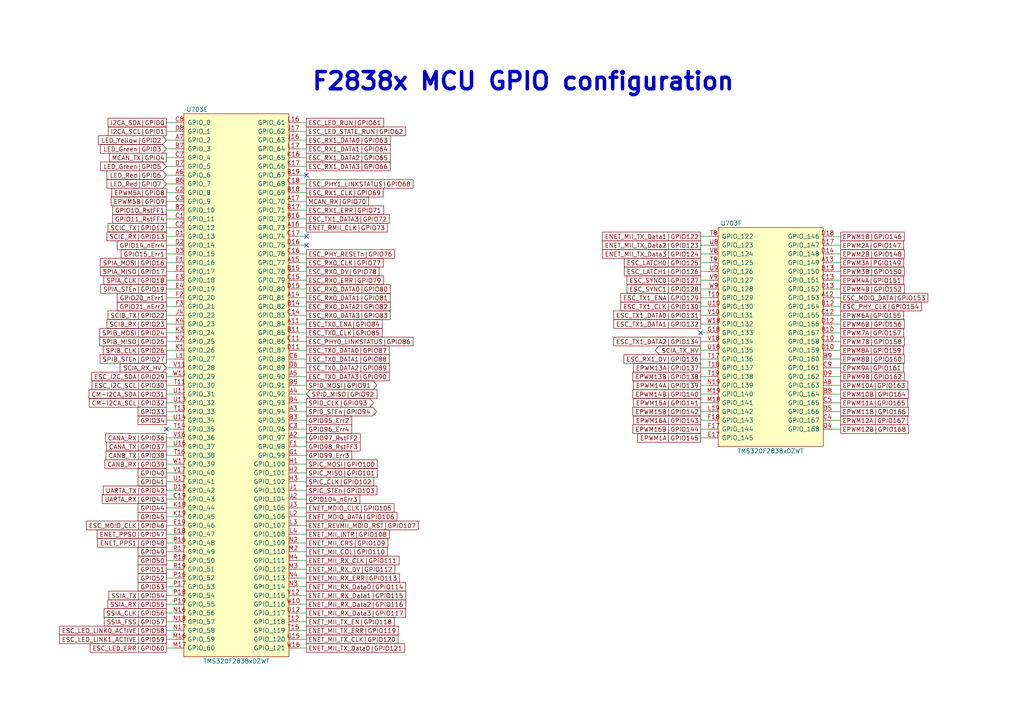
<source format=kicad_sch>
(kicad_sch (version 20211123) (generator eeschema)
  (paper "A4")
  (no_connect (at 48.26 124.46))
  (no_connect (at 88.9 50.8))
  (no_connect (at 203.2 96.52))
  (no_connect (at 88.9 68.58))
  (no_connect (at 88.9 71.12))
  (wire (pts (xy 86.36 137.16) (xy 88.9 137.16)))
  (wire (pts (xy 50.8 83.82) (xy 48.26 83.82)))
  (wire (pts (xy 86.36 134.62) (xy 88.9 134.62)))
  (wire (pts (xy 86.36 63.5) (xy 88.9 63.5)))
  (wire (pts (xy 205.74 86.36) (xy 203.2 86.36)))
  (wire (pts (xy 205.74 109.22) (xy 203.2 109.22)))
  (wire (pts (xy 50.8 157.48) (xy 48.26 157.48)))
  (wire (pts (xy 86.36 147.32) (xy 88.9 147.32)))
  (wire (pts (xy 86.36 154.94) (xy 88.9 154.94)))
  (wire (pts (xy 50.8 170.18) (xy 48.26 170.18)))
  (wire (pts (xy 50.8 111.76) (xy 48.26 111.76)))
  (wire (pts (xy 241.3 111.76) (xy 243.84 111.76)))
  (wire (pts (xy 86.36 88.9) (xy 88.9 88.9)))
  (wire (pts (xy 205.74 93.98) (xy 203.2 93.98)))
  (wire (pts (xy 241.3 73.66) (xy 243.84 73.66)))
  (wire (pts (xy 50.8 104.14) (xy 48.26 104.14)))
  (wire (pts (xy 241.3 99.06) (xy 243.84 99.06)))
  (wire (pts (xy 205.74 119.38) (xy 203.2 119.38)))
  (wire (pts (xy 50.8 154.94) (xy 48.26 154.94)))
  (wire (pts (xy 241.3 68.58) (xy 243.84 68.58)))
  (wire (pts (xy 50.8 35.56) (xy 48.26 35.56)))
  (wire (pts (xy 50.8 78.74) (xy 48.26 78.74)))
  (wire (pts (xy 86.36 160.02) (xy 88.9 160.02)))
  (wire (pts (xy 205.74 68.58) (xy 203.2 68.58)))
  (wire (pts (xy 205.74 91.44) (xy 203.2 91.44)))
  (wire (pts (xy 50.8 38.1) (xy 48.26 38.1)))
  (wire (pts (xy 50.8 124.46) (xy 48.26 124.46)))
  (wire (pts (xy 241.3 88.9) (xy 243.84 88.9)))
  (wire (pts (xy 86.36 132.08) (xy 88.9 132.08)))
  (wire (pts (xy 241.3 96.52) (xy 243.84 96.52)))
  (wire (pts (xy 50.8 88.9) (xy 48.26 88.9)))
  (wire (pts (xy 205.74 96.52) (xy 203.2 96.52)))
  (wire (pts (xy 50.8 96.52) (xy 48.26 96.52)))
  (wire (pts (xy 86.36 142.24) (xy 88.9 142.24)))
  (wire (pts (xy 50.8 45.72) (xy 48.26 45.72)))
  (wire (pts (xy 86.36 127) (xy 88.9 127)))
  (wire (pts (xy 86.36 177.8) (xy 88.9 177.8)))
  (wire (pts (xy 205.74 116.84) (xy 203.2 116.84)))
  (wire (pts (xy 50.8 40.64) (xy 48.26 40.64)))
  (wire (pts (xy 86.36 66.04) (xy 88.9 66.04)))
  (wire (pts (xy 86.36 43.18) (xy 88.9 43.18)))
  (wire (pts (xy 50.8 81.28) (xy 48.26 81.28)))
  (wire (pts (xy 205.74 78.74) (xy 203.2 78.74)))
  (wire (pts (xy 50.8 149.86) (xy 48.26 149.86)))
  (wire (pts (xy 86.36 81.28) (xy 88.9 81.28)))
  (wire (pts (xy 50.8 119.38) (xy 48.26 119.38)))
  (wire (pts (xy 50.8 147.32) (xy 48.26 147.32)))
  (wire (pts (xy 205.74 99.06) (xy 203.2 99.06)))
  (wire (pts (xy 241.3 114.3) (xy 243.84 114.3)))
  (wire (pts (xy 241.3 78.74) (xy 243.84 78.74)))
  (wire (pts (xy 86.36 38.1) (xy 88.9 38.1)))
  (wire (pts (xy 86.36 109.22) (xy 88.9 109.22)))
  (wire (pts (xy 86.36 121.92) (xy 88.9 121.92)))
  (wire (pts (xy 86.36 124.46) (xy 88.9 124.46)))
  (wire (pts (xy 241.3 106.68) (xy 243.84 106.68)))
  (wire (pts (xy 86.36 78.74) (xy 88.9 78.74)))
  (wire (pts (xy 86.36 83.82) (xy 88.9 83.82)))
  (wire (pts (xy 205.74 121.92) (xy 203.2 121.92)))
  (wire (pts (xy 50.8 55.88) (xy 48.26 55.88)))
  (wire (pts (xy 50.8 144.78) (xy 48.26 144.78)))
  (wire (pts (xy 241.3 104.14) (xy 243.84 104.14)))
  (wire (pts (xy 86.36 139.7) (xy 88.9 139.7)))
  (wire (pts (xy 86.36 48.26) (xy 88.9 48.26)))
  (wire (pts (xy 50.8 134.62) (xy 48.26 134.62)))
  (wire (pts (xy 50.8 116.84) (xy 48.26 116.84)))
  (wire (pts (xy 50.8 172.72) (xy 48.26 172.72)))
  (wire (pts (xy 86.36 45.72) (xy 88.9 45.72)))
  (wire (pts (xy 50.8 165.1) (xy 48.26 165.1)))
  (wire (pts (xy 86.36 58.42) (xy 88.9 58.42)))
  (wire (pts (xy 205.74 71.12) (xy 203.2 71.12)))
  (wire (pts (xy 86.36 93.98) (xy 88.9 93.98)))
  (wire (pts (xy 86.36 157.48) (xy 88.9 157.48)))
  (wire (pts (xy 86.36 187.96) (xy 88.9 187.96)))
  (wire (pts (xy 50.8 175.26) (xy 48.26 175.26)))
  (wire (pts (xy 50.8 162.56) (xy 48.26 162.56)))
  (wire (pts (xy 205.74 83.82) (xy 203.2 83.82)))
  (wire (pts (xy 241.3 93.98) (xy 243.84 93.98)))
  (wire (pts (xy 50.8 73.66) (xy 48.26 73.66)))
  (wire (pts (xy 86.36 162.56) (xy 88.9 162.56)))
  (wire (pts (xy 50.8 187.96) (xy 48.26 187.96)))
  (wire (pts (xy 86.36 152.4) (xy 88.9 152.4)))
  (wire (pts (xy 50.8 160.02) (xy 48.26 160.02)))
  (wire (pts (xy 50.8 121.92) (xy 48.26 121.92)))
  (wire (pts (xy 50.8 177.8) (xy 48.26 177.8)))
  (wire (pts (xy 50.8 60.96) (xy 48.26 60.96)))
  (wire (pts (xy 86.36 101.6) (xy 88.9 101.6)))
  (wire (pts (xy 50.8 101.6) (xy 48.26 101.6)))
  (wire (pts (xy 86.36 114.3) (xy 88.9 114.3)))
  (wire (pts (xy 205.74 106.68) (xy 203.2 106.68)))
  (wire (pts (xy 50.8 68.58) (xy 48.26 68.58)))
  (wire (pts (xy 50.8 139.7) (xy 48.26 139.7)))
  (wire (pts (xy 86.36 55.88) (xy 88.9 55.88)))
  (wire (pts (xy 86.36 96.52) (xy 88.9 96.52)))
  (wire (pts (xy 86.36 129.54) (xy 88.9 129.54)))
  (wire (pts (xy 205.74 81.28) (xy 203.2 81.28)))
  (wire (pts (xy 241.3 121.92) (xy 243.84 121.92)))
  (wire (pts (xy 50.8 86.36) (xy 48.26 86.36)))
  (wire (pts (xy 205.74 111.76) (xy 203.2 111.76)))
  (wire (pts (xy 241.3 124.46) (xy 243.84 124.46)))
  (wire (pts (xy 205.74 124.46) (xy 203.2 124.46)))
  (wire (pts (xy 86.36 99.06) (xy 88.9 99.06)))
  (wire (pts (xy 50.8 91.44) (xy 48.26 91.44)))
  (wire (pts (xy 241.3 71.12) (xy 243.84 71.12)))
  (wire (pts (xy 50.8 58.42) (xy 48.26 58.42)))
  (wire (pts (xy 50.8 48.26) (xy 48.26 48.26)))
  (wire (pts (xy 205.74 88.9) (xy 203.2 88.9)))
  (wire (pts (xy 50.8 137.16) (xy 48.26 137.16)))
  (wire (pts (xy 50.8 180.34) (xy 48.26 180.34)))
  (wire (pts (xy 86.36 119.38) (xy 88.9 119.38)))
  (wire (pts (xy 50.8 63.5) (xy 48.26 63.5)))
  (wire (pts (xy 86.36 106.68) (xy 88.9 106.68)))
  (wire (pts (xy 205.74 73.66) (xy 203.2 73.66)))
  (wire (pts (xy 86.36 86.36) (xy 88.9 86.36)))
  (wire (pts (xy 50.8 93.98) (xy 48.26 93.98)))
  (wire (pts (xy 86.36 53.34) (xy 88.9 53.34)))
  (wire (pts (xy 86.36 182.88) (xy 88.9 182.88)))
  (wire (pts (xy 86.36 91.44) (xy 88.9 91.44)))
  (wire (pts (xy 86.36 185.42) (xy 88.9 185.42)))
  (wire (pts (xy 241.3 109.22) (xy 243.84 109.22)))
  (wire (pts (xy 86.36 50.8) (xy 88.9 50.8)))
  (wire (pts (xy 86.36 170.18) (xy 88.9 170.18)))
  (wire (pts (xy 50.8 106.68) (xy 48.26 106.68)))
  (wire (pts (xy 86.36 71.12) (xy 88.9 71.12)))
  (wire (pts (xy 205.74 76.2) (xy 203.2 76.2)))
  (wire (pts (xy 86.36 116.84) (xy 88.9 116.84)))
  (wire (pts (xy 205.74 104.14) (xy 203.2 104.14)))
  (wire (pts (xy 86.36 167.64) (xy 88.9 167.64)))
  (wire (pts (xy 50.8 50.8) (xy 48.26 50.8)))
  (wire (pts (xy 86.36 73.66) (xy 88.9 73.66)))
  (wire (pts (xy 241.3 101.6) (xy 243.84 101.6)))
  (wire (pts (xy 50.8 109.22) (xy 48.26 109.22)))
  (wire (pts (xy 241.3 86.36) (xy 243.84 86.36)))
  (wire (pts (xy 50.8 185.42) (xy 48.26 185.42)))
  (wire (pts (xy 205.74 101.6) (xy 203.2 101.6)))
  (wire (pts (xy 50.8 99.06) (xy 48.26 99.06)))
  (wire (pts (xy 241.3 76.2) (xy 243.84 76.2)))
  (wire (pts (xy 50.8 182.88) (xy 48.26 182.88)))
  (wire (pts (xy 86.36 172.72) (xy 88.9 172.72)))
  (wire (pts (xy 86.36 76.2) (xy 88.9 76.2)))
  (wire (pts (xy 50.8 127) (xy 48.26 127)))
  (wire (pts (xy 50.8 76.2) (xy 48.26 76.2)))
  (wire (pts (xy 86.36 111.76) (xy 88.9 111.76)))
  (wire (pts (xy 50.8 132.08) (xy 48.26 132.08)))
  (wire (pts (xy 241.3 83.82) (xy 243.84 83.82)))
  (wire (pts (xy 50.8 66.04) (xy 48.26 66.04)))
  (wire (pts (xy 241.3 81.28) (xy 243.84 81.28)))
  (wire (pts (xy 86.36 149.86) (xy 88.9 149.86)))
  (wire (pts (xy 205.74 114.3) (xy 203.2 114.3)))
  (wire (pts (xy 50.8 43.18) (xy 48.26 43.18)))
  (wire (pts (xy 50.8 114.3) (xy 48.26 114.3)))
  (wire (pts (xy 241.3 119.38) (xy 243.84 119.38)))
  (wire (pts (xy 86.36 68.58) (xy 88.9 68.58)))
  (wire (pts (xy 50.8 167.64) (xy 48.26 167.64)))
  (wire (pts (xy 86.36 35.56) (xy 88.9 35.56)))
  (wire (pts (xy 241.3 91.44) (xy 243.84 91.44)))
  (wire (pts (xy 86.36 60.96) (xy 88.9 60.96)))
  (wire (pts (xy 86.36 165.1) (xy 88.9 165.1)))
  (wire (pts (xy 86.36 175.26) (xy 88.9 175.26)))
  (wire (pts (xy 86.36 40.64) (xy 88.9 40.64)))
  (wire (pts (xy 50.8 142.24) (xy 48.26 142.24)))
  (wire (pts (xy 50.8 71.12) (xy 48.26 71.12)))
  (wire (pts (xy 241.3 116.84) (xy 243.84 116.84)))
  (wire (pts (xy 86.36 144.78) (xy 88.9 144.78)))
  (wire (pts (xy 50.8 129.54) (xy 48.26 129.54)))
  (wire (pts (xy 86.36 104.14) (xy 88.9 104.14)))
  (wire (pts (xy 86.36 180.34) (xy 88.9 180.34)))
  (wire (pts (xy 50.8 53.34) (xy 48.26 53.34)))
  (wire (pts (xy 205.74 127) (xy 203.2 127)))
  (wire (pts (xy 50.8 152.4) (xy 48.26 152.4)))
  (text "F2838x MCU GPIO configuration" (at 213.36 26.67 180) (effects (font (size 5 5) bold) (justify right bottom)))
  (global_label "ENET_MII_RX_Data3|GPIO117" (shape passive) (at 88.9 177.8 0) (property "Intersheet References" "${INTERSHEET_REFS}" (effects hide)))
  (global_label "ESC_LATCH0|GPIO125" (shape passive) (at 203.2 76.2 180) (property "Intersheet References" "${INTERSHEET_REFS}" (effects hide)))
  (global_label "ESC_RX0_ERR|GPIO79" (shape passive) (at 88.9 81.28 0) (property "Intersheet References" "${INTERSHEET_REFS}" (effects hide)))
  (global_label "ESC_TX0_DATA2|GPIO89" (shape passive) (at 88.9 106.68 0) (property "Intersheet References" "${INTERSHEET_REFS}" (effects hide)))
  (global_label "GPIO49" (shape passive) (at 48.26 160.02 180) (property "Intersheet References" "${INTERSHEET_REFS}" (effects hide)))
  (global_label "SPIC_CLK|GPIO102" (shape passive) (at 88.9 139.7 0) (property "Intersheet References" "${INTERSHEET_REFS}" (effects hide)))
  (global_label "EPWM15A|GPIO141" (shape passive) (at 203.2 116.84 180) (property "Intersheet References" "${INTERSHEET_REFS}" (effects hide)))
  (global_label "GPIO15_Err1" (shape passive) (at 48.26 73.66 180) (property "Intersheet References" "${INTERSHEET_REFS}" (effects hide)))
  (global_label "ESC_TX1_DATA0|GPIO131" (shape passive) (at 203.2 91.44 180) (property "Intersheet References" "${INTERSHEET_REFS}" (effects hide)))
  (global_label "ENET_MII_INTR|GPIO108" (shape passive) (at 88.9 154.94 0) (property "Intersheet References" "${INTERSHEET_REFS}" (effects hide)))
  (global_label "EPWM11A|GPIO165" (shape passive) (at 243.84 116.84 0) (property "Intersheet References" "${INTERSHEET_REFS}" (effects hide)))
  (global_label "GPIO34" (shape passive) (at 48.26 121.92 180) (property "Intersheet References" "${INTERSHEET_REFS}" (effects hide)))
  (global_label "ESC_LED_STATE_RUN|GPIO62" (shape passive) (at 88.9 38.1 0) (property "Intersheet References" "${INTERSHEET_REFS}" (effects hide)))
  (global_label "SCIA_RX_HV" (shape input) (at 48.26 106.68 180) (property "Intersheet References" "${INTERSHEET_REFS}" (effects hide)))
  (global_label "ENET_MII_RX_CLK|GPIO111" (shape passive) (at 88.9 162.56 0) (property "Intersheet References" "${INTERSHEET_REFS}" (effects hide)))
  (global_label "GPIO53" (shape passive) (at 48.26 170.18 180) (property "Intersheet References" "${INTERSHEET_REFS}" (effects hide)))
  (global_label "EPWM14A|GPIO139" (shape passive) (at 203.2 111.76 180) (property "Intersheet References" "${INTERSHEET_REFS}" (effects hide)))
  (global_label "EPWM7B|GPIO158" (shape passive) (at 243.84 99.06 0) (property "Intersheet References" "${INTERSHEET_REFS}" (effects hide)))
  (global_label "MCAN_TX|GPIO4" (shape passive) (at 48.26 45.72 180) (property "Intersheet References" "${INTERSHEET_REFS}" (effects hide)))
  (global_label "SPIB_CLK|GPIO26" (shape passive) (at 48.26 101.6 180) (property "Intersheet References" "${INTERSHEET_REFS}" (effects hide)))
  (global_label "GPIO41" (shape passive) (at 48.26 139.7 180) (property "Intersheet References" "${INTERSHEET_REFS}" (effects hide)))
  (global_label "SCIB_RX|GPIO23" (shape passive) (at 48.26 93.98 180) (property "Intersheet References" "${INTERSHEET_REFS}" (effects hide)))
  (global_label "GPIO97_RstFF2" (shape passive) (at 88.9 127 0) (property "Intersheet References" "${INTERSHEET_REFS}" (effects hide)))
  (global_label "ENET_REVMII_MDIO_RST|GPIO107" (shape passive) (at 88.9 152.4 0) (property "Intersheet References" "${INTERSHEET_REFS}" (effects hide)))
  (global_label "ENET_MII_TX_Data1|GPIO122" (shape passive) (at 203.2 68.58 180) (property "Intersheet References" "${INTERSHEET_REFS}" (effects hide)))
  (global_label "ESC_RX1_DATA2|GPIO65" (shape passive) (at 88.9 45.72 0) (property "Intersheet References" "${INTERSHEET_REFS}" (effects hide)))
  (global_label "EPWM10B|GPIO164" (shape passive) (at 243.84 114.3 0) (property "Intersheet References" "${INTERSHEET_REFS}" (effects hide)))
  (global_label "EPWM8B|GPIO160" (shape passive) (at 243.84 104.14 0) (property "Intersheet References" "${INTERSHEET_REFS}" (effects hide)))
  (global_label "SCIC_TX|GPIO12" (shape passive) (at 48.26 66.04 180) (property "Intersheet References" "${INTERSHEET_REFS}" (effects hide)))
  (global_label "ESC_RX1_DATA3|GPIO66" (shape passive) (at 88.9 48.26 0) (property "Intersheet References" "${INTERSHEET_REFS}" (effects hide)))
  (global_label "LED_Yellow|GPIO2" (shape input) (at 48.26 40.64 180) (property "Intersheet References" "${INTERSHEET_REFS}" (effects hide)))
  (global_label "ENET_MII_TX_ERR|GPIO119" (shape passive) (at 88.9 182.88 0) (property "Intersheet References" "${INTERSHEET_REFS}" (effects hide)))
  (global_label "EPWM3A|PGIO149" (shape passive) (at 243.84 76.2 0) (property "Intersheet References" "${INTERSHEET_REFS}" (effects hide)))
  (global_label "ESC_TX1_CLK|GPIO130" (shape passive) (at 203.2 88.9 180) (property "Intersheet References" "${INTERSHEET_REFS}" (effects hide)))
  (global_label "GPIO21_nErr2" (shape passive) (at 48.26 88.9 180) (property "Intersheet References" "${INTERSHEET_REFS}" (effects hide)))
  (global_label "ENET_MII_RX_Data2|GPIO116" (shape passive) (at 88.9 175.26 0) (property "Intersheet References" "${INTERSHEET_REFS}" (effects hide)))
  (global_label "EPWM11B|GPIO166" (shape passive) (at 243.84 119.38 0) (property "Intersheet References" "${INTERSHEET_REFS}" (effects hide)))
  (global_label "CANB_TX|GPIO38" (shape passive) (at 48.26 132.08 180) (property "Intersheet References" "${INTERSHEET_REFS}" (effects hide)))
  (global_label "SPIC_STEn|GPIO103" (shape passive) (at 88.9 142.24 0) (property "Intersheet References" "${INTERSHEET_REFS}" (effects hide)))
  (global_label "ESC_LED_ERR|GPIO60" (shape passive) (at 48.26 187.96 180) (property "Intersheet References" "${INTERSHEET_REFS}" (effects hide)))
  (global_label "EPWM14B|GPIO140" (shape passive) (at 203.2 114.3 180) (property "Intersheet References" "${INTERSHEET_REFS}" (effects hide)))
  (global_label "I2CA_SDA|GPIO0" (shape passive) (at 48.26 35.56 180) (property "Intersheet References" "${INTERSHEET_REFS}" (effects hide)))
  (global_label "ENET_MII_RX_ERR|GPIO113" (shape passive) (at 88.9 167.64 0) (property "Intersheet References" "${INTERSHEET_REFS}" (effects hide)))
  (global_label "GPIO11_RstFF4" (shape passive) (at 48.26 63.5 180) (property "Intersheet References" "${INTERSHEET_REFS}" (effects hide)))
  (global_label "ENET_MII_RX_DV|GPIO112" (shape passive) (at 88.9 165.1 0) (property "Intersheet References" "${INTERSHEET_REFS}" (effects hide)))
  (global_label "GPIO52" (shape passive) (at 48.26 167.64 180) (property "Intersheet References" "${INTERSHEET_REFS}" (effects hide)))
  (global_label "ENET_MII_TX_Data3|GPIO124" (shape passive) (at 203.2 73.66 180) (property "Intersheet References" "${INTERSHEET_REFS}" (effects hide)))
  (global_label "ENET_MDIO_DATA|GPIO106" (shape passive) (at 88.9 149.86 0) (property "Intersheet References" "${INTERSHEET_REFS}" (effects hide)))
  (global_label "EPWM13B|GPIO138" (shape passive) (at 203.2 109.22 180) (property "Intersheet References" "${INTERSHEET_REFS}" (effects hide)))
  (global_label "ESC_RX1_DV|GPIO136" (shape passive) (at 203.2 104.14 180) (property "Intersheet References" "${INTERSHEET_REFS}" (effects hide)))
  (global_label "ENET_MII_RX_Data1|GPIO115" (shape passive) (at 88.9 172.72 0) (property "Intersheet References" "${INTERSHEET_REFS}" (effects hide)))
  (global_label "ENET_MII_RX_Data0|GPIO114" (shape passive) (at 88.9 170.18 0) (property "Intersheet References" "${INTERSHEET_REFS}" (effects hide)))
  (global_label "LED_Red|GPIO6" (shape input) (at 48.26 50.8 180) (property "Intersheet References" "${INTERSHEET_REFS}" (effects hide)))
  (global_label "ESC_RX1_DATA1|GPIO64" (shape passive) (at 88.9 43.18 0) (property "Intersheet References" "${INTERSHEET_REFS}" (effects hide)))
  (global_label "EPWM9B|GPIO162" (shape passive) (at 243.84 109.22 0) (property "Intersheet References" "${INTERSHEET_REFS}" (effects hide)))
  (global_label "ENET_MII_COL|GPIO110" (shape passive) (at 88.9 160.02 0) (property "Intersheet References" "${INTERSHEET_REFS}" (effects hide)))
  (global_label "EPWM6B|GPIO156" (shape passive) (at 243.84 93.98 0) (property "Intersheet References" "${INTERSHEET_REFS}" (effects hide)))
  (global_label "ESC_RX0_DATA2|GPIO82" (shape passive) (at 88.9 88.9 0) (property "Intersheet References" "${INTERSHEET_REFS}" (effects hide)))
  (global_label "EPWM1B|GPIO146" (shape passive) (at 243.84 68.58 0) (property "Intersheet References" "${INTERSHEET_REFS}" (effects hide)))
  (global_label "ENET_MII_TX_Data2|GPIO123" (shape passive) (at 203.2 71.12 180) (property "Intersheet References" "${INTERSHEET_REFS}" (effects hide)))
  (global_label "ENET_MDIO_CLK|GPIO105" (shape passive) (at 88.9 147.32 0) (property "Intersheet References" "${INTERSHEET_REFS}" (effects hide)))
  (global_label "ENET_MII_CRS|GPIO109" (shape passive) (at 88.9 157.48 0) (property "Intersheet References" "${INTERSHEET_REFS}" (effects hide)))
  (global_label "ESC_RX0_DATA3|GPIO83" (shape passive) (at 88.9 91.44 0) (property "Intersheet References" "${INTERSHEET_REFS}" (effects hide)))
  (global_label "GPIO104_nErr3" (shape passive) (at 88.9 144.78 0) (property "Intersheet References" "${INTERSHEET_REFS}" (effects hide)))
  (global_label "GPIO20_nErr1" (shape passive) (at 48.26 86.36 180) (property "Intersheet References" "${INTERSHEET_REFS}" (effects hide)))
  (global_label "EPWM4B|GPIO152" (shape passive) (at 243.84 83.82 0) (property "Intersheet References" "${INTERSHEET_REFS}" (effects hide)))
  (global_label "EPWM12B|GPIO168" (shape passive) (at 243.84 124.46 0) (property "Intersheet References" "${INTERSHEET_REFS}" (effects hide)))
  (global_label "ESC_SYNC1|GPIO128" (shape passive) (at 203.2 83.82 180) (property "Intersheet References" "${INTERSHEET_REFS}" (effects hide)))
  (global_label "ESC_RX1_CLK|GPIO69" (shape passive) (at 88.9 55.88 0) (property "Intersheet References" "${INTERSHEET_REFS}" (effects hide)))
  (global_label "SPID_MISO|GPIO92" (shape input) (at 88.9 114.3 0) (property "Intersheet References" "${INTERSHEET_REFS}" (effects hide)))
  (global_label "EPWM3B|GPIO150" (shape passive) (at 243.84 78.74 0) (property "Intersheet References" "${INTERSHEET_REFS}" (effects hide)))
  (global_label "ESC_PHY1_LINKSTATUS|GPIO68" (shape passive) (at 88.9 53.34 0) (property "Intersheet References" "${INTERSHEET_REFS}" (effects hide)))
  (global_label "ESC_TX0_DATA3|GPIO90" (shape passive) (at 88.9 109.22 0) (property "Intersheet References" "${INTERSHEET_REFS}" (effects hide)))
  (global_label "SCIB_TX|GPIO22" (shape passive) (at 48.26 91.44 180) (property "Intersheet References" "${INTERSHEET_REFS}" (effects hide)))
  (global_label "SPID_STEn|GPIO94" (shape output) (at 88.9 119.38 0) (property "Intersheet References" "${INTERSHEET_REFS}" (effects hide)))
  (global_label "UARTA_TX|GPIO42" (shape passive) (at 48.26 142.24 180) (property "Intersheet References" "${INTERSHEET_REFS}" (effects hide)))
  (global_label "GPIO99_Err3" (shape passive) (at 88.9 132.08 0) (property "Intersheet References" "${INTERSHEET_REFS}" (effects hide)))
  (global_label "ESC_SYNC0|GPIO127" (shape passive) (at 203.2 81.28 180) (property "Intersheet References" "${INTERSHEET_REFS}" (effects hide)))
  (global_label "LED_Red|GPIO7" (shape input) (at 48.26 53.34 180) (property "Intersheet References" "${INTERSHEET_REFS}" (effects hide)))
  (global_label "ESC_TX1_DATA2|GPIO134" (shape passive) (at 203.2 99.06 180) (property "Intersheet References" "${INTERSHEET_REFS}" (effects hide)))
  (global_label "ENET_MII_TX_CLK|GPIO120" (shape passive) (at 88.9 185.42 0) (property "Intersheet References" "${INTERSHEET_REFS}" (effects hide)))
  (global_label "SPIC_MISO|GPIO101" (shape passive) (at 88.9 137.16 0) (property "Intersheet References" "${INTERSHEET_REFS}" (effects hide)))
  (global_label "EPWM16A|GPIO143" (shape passive) (at 203.2 121.92 180) (property "Intersheet References" "${INTERSHEET_REFS}" (effects hide)))
  (global_label "ESC_RX0_DATA1|GPIO81" (shape passive) (at 88.9 86.36 0) (property "Intersheet References" "${INTERSHEET_REFS}" (effects hide)))
  (global_label "SPID_MOSI|GPIO91" (shape output) (at 88.9 111.76 0) (property "Intersheet References" "${INTERSHEET_REFS}" (effects hide)))
  (global_label "SSIA_FSS|GPIO57" (shape passive) (at 48.26 180.34 180) (property "Intersheet References" "${INTERSHEET_REFS}" (effects hide)))
  (global_label "ESC_MDIO_DATA|GPIO153" (shape passive) (at 243.84 86.36 0) (property "Intersheet References" "${INTERSHEET_REFS}" (effects hide)))
  (global_label "LED_Green|GPIO5" (shape input) (at 48.26 48.26 180) (property "Intersheet References" "${INTERSHEET_REFS}" (effects hide)))
  (global_label "ESC_TX0_DATA1|GPIO88" (shape passive) (at 88.9 104.14 0) (property "Intersheet References" "${INTERSHEET_REFS}" (effects hide)))
  (global_label "GPIO14_nErr4" (shape passive) (at 48.26 71.12 180) (property "Intersheet References" "${INTERSHEET_REFS}" (effects hide)))
  (global_label "ESC_PHY0_LINKSTATUS|GPIO86" (shape passive) (at 88.9 99.06 0) (property "Intersheet References" "${INTERSHEET_REFS}" (effects hide)))
  (global_label "EPWM4A|GPIO151" (shape passive) (at 243.84 81.28 0) (property "Intersheet References" "${INTERSHEET_REFS}" (effects hide)))
  (global_label "SPIA_CLK|GPIO18" (shape passive) (at 48.26 81.28 180) (property "Intersheet References" "${INTERSHEET_REFS}" (effects hide)))
  (global_label "SPIC_MOSI|GPIO100" (shape passive) (at 88.9 134.62 0) (property "Intersheet References" "${INTERSHEET_REFS}" (effects hide)))
  (global_label "SCIC_RX|GPIO13" (shape passive) (at 48.26 68.58 180) (property "Intersheet References" "${INTERSHEET_REFS}" (effects hide)))
  (global_label "EPWM8A|GPIO159" (shape passive) (at 243.84 101.6 0) (property "Intersheet References" "${INTERSHEET_REFS}" (effects hide)))
  (global_label "LED_Green|GPIO3" (shape input) (at 48.26 43.18 180) (property "Intersheet References" "${INTERSHEET_REFS}" (effects hide)))
  (global_label "EPWM1A|GPIO145" (shape passive) (at 203.2 127 180) (property "Intersheet References" "${INTERSHEET_REFS}" (effects hide)))
  (global_label "ESC_TX1_DATA1|GPIO132" (shape passive) (at 203.2 93.98 180) (property "Intersheet References" "${INTERSHEET_REFS}" (effects hide)))
  (global_label "EPWM16B|GPIO144" (shape passive) (at 203.2 124.46 180) (property "Intersheet References" "${INTERSHEET_REFS}" (effects hide)))
  (global_label "ESC_RX0_CLK|GPIO77" (shape passive) (at 88.9 76.2 0) (property "Intersheet References" "${INTERSHEET_REFS}" (effects hide)))
  (global_label "EPWM5B|GPIO9" (shape passive) (at 48.26 58.42 180) (property "Intersheet References" "${INTERSHEET_REFS}" (effects hide)))
  (global_label "ESC_LED_LINK1_ACTIVE|GPIO59" (shape passive) (at 48.26 185.42 180) (property "Intersheet References" "${INTERSHEET_REFS}" (effects hide)))
  (global_label "SPIA_MISO|GPIO17" (shape passive) (at 48.26 78.74 180) (property "Intersheet References" "${INTERSHEET_REFS}" (effects hide)))
  (global_label "EPWM6A|GPIO155" (shape passive) (at 243.84 91.44 0) (property "Intersheet References" "${INTERSHEET_REFS}" (effects hide)))
  (global_label "EPWM2B|GPIO148" (shape passive) (at 243.84 73.66 0) (property "Intersheet References" "${INTERSHEET_REFS}" (effects hide)))
  (global_label "GPIO50" (shape passive) (at 48.26 162.56 180) (property "Intersheet References" "${INTERSHEET_REFS}" (effects hide)))
  (global_label "ESC_RX0_DV|GPIO78" (shape passive) (at 88.9 78.74 0) (property "Intersheet References" "${INTERSHEET_REFS}" (effects hide)))
  (global_label "SPIB_MOSI|GPIO24" (shape passive) (at 48.26 96.52 180) (property "Intersheet References" "${INTERSHEET_REFS}" (effects hide)))
  (global_label "GPIO10_RstFF1" (shape passive) (at 48.26 60.96 180) (property "Intersheet References" "${INTERSHEET_REFS}" (effects hide)))
  (global_label "ESC_TX0_CLK|GPIO85" (shape passive) (at 88.9 96.52 0) (property "Intersheet References" "${INTERSHEET_REFS}" (effects hide)))
  (global_label "ESC_MDIO_CLK|GPIO46" (shape passive) (at 48.26 152.4 180) (property "Intersheet References" "${INTERSHEET_REFS}" (effects hide)))
  (global_label "GPIO51" (shape passive) (at 48.26 165.1 180) (property "Intersheet References" "${INTERSHEET_REFS}" (effects hide)))
  (global_label "ESC_I2C_SDA|GPIO29" (shape passive) (at 48.26 109.22 180) (property "Intersheet References" "${INTERSHEET_REFS}" (effects hide)))
  (global_label "ESC_TX1_DATA3|GPIO72" (shape passive) (at 88.9 63.5 0) (property "Intersheet References" "${INTERSHEET_REFS}" (effects hide)))
  (global_label "EPWM10A|GPIO163" (shape passive) (at 243.84 111.76 0) (property "Intersheet References" "${INTERSHEET_REFS}" (effects hide)))
  (global_label "ENET_RMII_CLK|GPIO73" (shape passive) (at 88.9 66.04 0) (property "Intersheet References" "${INTERSHEET_REFS}" (effects hide)))
  (global_label "SPIA_STEn|GPIO19" (shape passive) (at 48.26 83.82 180) (property "Intersheet References" "${INTERSHEET_REFS}" (effects hide)))
  (global_label "CM-I2CA_SCL|GPIO32" (shape passive) (at 48.26 116.84 180) (property "Intersheet References" "${INTERSHEET_REFS}" (effects hide)))
  (global_label "ESC_RX1_DATA0|GPIO63" (shape passive) (at 88.9 40.64 0) (property "Intersheet References" "${INTERSHEET_REFS}" (effects hide)))
  (global_label "ESC_PHY_CLK|GPIO154" (shape passive) (at 243.84 88.9 0) (property "Intersheet References" "${INTERSHEET_REFS}" (effects hide)))
  (global_label "ESC_RX0_DATA0|GPIO80" (shape passive) (at 88.9 83.82 0) (property "Intersheet References" "${INTERSHEET_REFS}" (effects hide)))
  (global_label "SPIA_MOSI|GPIO16" (shape passive) (at 48.26 76.2 180) (property "Intersheet References" "${INTERSHEET_REFS}" (effects hide)))
  (global_label "SPIB_MISO|GPIO25" (shape passive) (at 48.26 99.06 180) (property "Intersheet References" "${INTERSHEET_REFS}" (effects hide)))
  (global_label "GPIO96_Err4" (shape passive) (at 88.9 124.46 0) (property "Intersheet References" "${INTERSHEET_REFS}" (effects hide)))
  (global_label "SPIB_STEn|GPIO27" (shape passive) (at 48.26 104.14 180) (property "Intersheet References" "${INTERSHEET_REFS}" (effects hide)))
  (global_label "CANA_TX|GPIO37" (shape passive) (at 48.26 129.54 180) (property "Intersheet References" "${INTERSHEET_REFS}" (effects hide)))
  (global_label "CANB_RX|GPIO39" (shape passive) (at 48.26 134.62 180) (property "Intersheet References" "${INTERSHEET_REFS}" (effects hide)))
  (global_label "UARTA_RX|GPIO43" (shape passive) (at 48.26 144.78 180) (property "Intersheet References" "${INTERSHEET_REFS}" (effects hide)))
  (global_label "ESC_I2C_SCL|GPIO30" (shape passive) (at 48.26 111.76 180) (property "Intersheet References" "${INTERSHEET_REFS}" (effects hide)))
  (global_label "EPWM12A|GPIO167" (shape passive) (at 243.84 121.92 0) (property "Intersheet References" "${INTERSHEET_REFS}" (effects hide)))
  (global_label "GPIO33" (shape passive) (at 48.26 119.38 180) (property "Intersheet References" "${INTERSHEET_REFS}" (effects hide)))
  (global_label "GPIO40" (shape passive) (at 48.26 137.16 180) (property "Intersheet References" "${INTERSHEET_REFS}" (effects hide)))
  (global_label "MCAN_RX|GPIO70" (shape passive) (at 88.9 58.42 0) (property "Intersheet References" "${INTERSHEET_REFS}" (effects hide)))
  (global_label "EPWM2A|GPIO147" (shape passive) (at 243.84 71.12 0) (property "Intersheet References" "${INTERSHEET_REFS}" (effects hide)))
  (global_label "GPIO98_RstFF3" (shape passive) (at 88.9 129.54 0) (property "Intersheet References" "${INTERSHEET_REFS}" (effects hide)))
  (global_label "ESC_TX0_DATA0|GPIO87" (shape passive) (at 88.9 101.6 0) (property "Intersheet References" "${INTERSHEET_REFS}" (effects hide)))
  (global_label "SSIA_RX|GPIO55" (shape passive) (at 48.26 175.26 180) (property "Intersheet References" "${INTERSHEET_REFS}" (effects hide)))
  (global_label "EPWM15B|GPIO142" (shape passive) (at 203.2 119.38 180) (property "Intersheet References" "${INTERSHEET_REFS}" (effects hide)))
  (global_label "ESC_LED_LINK0_ACTIVE|GPIO58" (shape passive) (at 48.26 182.88 180) (property "Intersheet References" "${INTERSHEET_REFS}" (effects hide)))
  (global_label "SSIA_TX|GPIO54" (shape passive) (at 48.26 172.72 180) (property "Intersheet References" "${INTERSHEET_REFS}" (effects hide)))
  (global_label "GPIO45" (shape passive) (at 48.26 149.86 180) (property "Intersheet References" "${INTERSHEET_REFS}" (effects hide)))
  (global_label "I2CA_SCL|GPIO1" (shape passive) (at 48.26 38.1 180) (property "Intersheet References" "${INTERSHEET_REFS}" (effects hide)))
  (global_label "ENET_PPS1|GPIO48" (shape passive) (at 48.26 157.48 180) (property "Intersheet References" "${INTERSHEET_REFS}" (effects hide)))
  (global_label "ESC_PHY_RESETn|GPIO76" (shape passive) (at 88.9 73.66 0) (property "Intersheet References" "${INTERSHEET_REFS}" (effects hide)))
  (global_label "ESC_TX1_ENA|GPIO129" (shape passive) (at 203.2 86.36 180) (property "Intersheet References" "${INTERSHEET_REFS}" (effects hide)))
  (global_label "ESC_RX1_ERR|GPIO71" (shape passive) (at 88.9 60.96 0) (property "Intersheet References" "${INTERSHEET_REFS}" (effects hide)))
  (global_label "SSIA_CLK|GPIO56" (shape passive) (at 48.26 177.8 180) (property "Intersheet References" "${INTERSHEET_REFS}" (effects hide)))
  (global_label "CANA_RX|GPIO36" (shape passive) (at 48.26 127 180) (property "Intersheet References" "${INTERSHEET_REFS}" (effects hide)))
  (global_label "ESC_TX0_ENA|GPIO84" (shape passive) (at 88.9 93.98 0) (property "Intersheet References" "${INTERSHEET_REFS}" (effects hide)))
  (global_label "GPIO95_Err2" (shape passive) (at 88.9 121.92 0) (property "Intersheet References" "${INTERSHEET_REFS}" (effects hide)))
  (global_label "ENET_MII_TX_Data0|GPIO121" (shape passive) (at 88.9 187.96 0) (property "Intersheet References" "${INTERSHEET_REFS}" (effects hide)))
  (global_label "CM-I2CA_SDA|GPIO31" (shape passive) (at 48.26 114.3 180) (property "Intersheet References" "${INTERSHEET_REFS}" (effects hide)))
  (global_label "SCIA_TX_HV" (shape output) (at 203.2 101.6 180) (property "Intersheet References" "${INTERSHEET_REFS}" (effects hide)))
  (global_label "SPID_CLK|GPIO93" (shape output) (at 88.9 116.84 0) (property "Intersheet References" "${INTERSHEET_REFS}" (effects hide)))
  (global_label "EPWM13A|GPIO137" (shape passive) (at 203.2 106.68 180) (property "Intersheet References" "${INTERSHEET_REFS}" (effects hide)))
  (global_label "EPWM7A|GPIO157" (shape passive) (at 243.84 96.52 0) (property "Intersheet References" "${INTERSHEET_REFS}" (effects hide)))
  (global_label "ESC_LATCH1|GPIO126" (shape passive) (at 203.2 78.74 180) (property "Intersheet References" "${INTERSHEET_REFS}" (effects hide)))
  (global_label "EPWM5A|GPIO8" (shape passive) (at 48.26 55.88 180) (property "Intersheet References" "${INTERSHEET_REFS}" (effects hide)))
  (global_label "ESC_LED_RUN|GPIO61" (shape passive) (at 88.9 35.56 0) (property "Intersheet References" "${INTERSHEET_REFS}" (effects hide)))
  (global_label "ENET_PPSO|GPIO47" (shape passive) (at 48.26 154.94 180) (property "Intersheet References" "${INTERSHEET_REFS}" (effects hide)))
  (global_label "GPIO44" (shape passive) (at 48.26 147.32 180) (property "Intersheet References" "${INTERSHEET_REFS}" (effects hide)))
  (global_label "EPWM9A|GPIO161" (shape passive) (at 243.84 106.68 0) (property "Intersheet References" "${INTERSHEET_REFS}" (effects hide)))
  (global_label "ENET_MII_TX_EN|GPIO118" (shape passive) (at 88.9 180.34 0) (property "Intersheet References" "${INTERSHEET_REFS}" (effects hide)))
  (symbol (lib_id "LEA_SymbolLibrary:TMS320F2838xDZWT") (at 68.58 55.88 0) (unit 5)
    (property "Reference" "U703" (at 57.15 31.75 0))
    (property "Value" "TMS320F2838xDZWT" (at 68.58 191.77 0))
    (property "Footprint" "LEA_FootprintLibrary:BGA-361_19x19_16.0x16.0mm" (effects hide))
    (property "Datasheet" "https://www.ti.com/lit/ds/symlink/tms320f28386d.pdf?ts=1639959530674&ref_url=https%253A%252F%252Fwww.ti.com%252Fsitesearch%252Fdocs%252Funiversalsearch.tsp%253FlangPref%253Den-US%2526searchTerm%253DF28386DZWTS%2526nr%253D13" (effects hide))
    (property "Manufacturer" "Texas Instruments" (effects hide))
    (property "Mfr. No" "TMS320F2838xDZWT" (effects hide))
  )
  (symbol (lib_id "LEA_SymbolLibrary:TMS320F2838xDZWT") (at 223.52 91.44 0) (unit 6)
    (property "Reference" "U703" (at 212.09 64.77 0))
    (property "Value" "TMS320F2838xDZWT" (at 223.52 130.81 0))
    (property "Footprint" "LEA_FootprintLibrary:BGA-361_19x19_16.0x16.0mm" (effects hide))
    (property "Datasheet" "https://www.ti.com/lit/ds/symlink/tms320f28386d.pdf?ts=1639959530674&ref_url=https%253A%252F%252Fwww.ti.com%252Fsitesearch%252Fdocs%252Funiversalsearch.tsp%253FlangPref%253Den-US%2526searchTerm%253DF28386DZWTS%2526nr%253D13" (effects hide))
    (property "Manufacturer" "Texas Instruments" (effects hide))
    (property "Mfr. No" "TMS320F2838xDZWT" (effects hide))
  )
)
</source>
